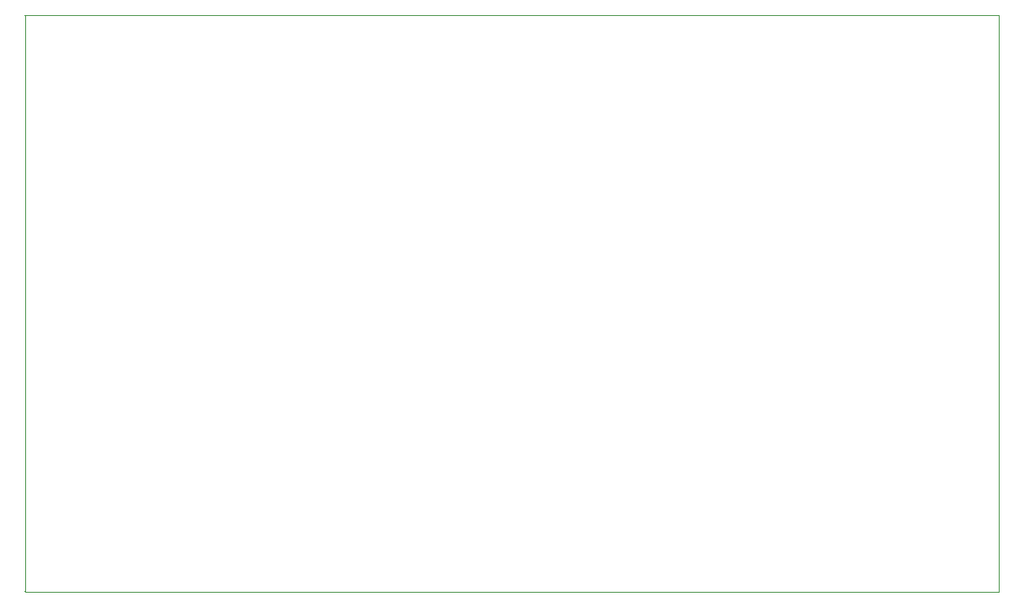
<source format=gko>
G04 Layer_Color=16720538*
%FSLAX24Y24*%
%MOIN*%
G70*
G01*
G75*
%ADD29C,0.0039*%
D29*
X48248Y60236D02*
G03*
X48228Y60256I-20J0D01*
G01*
X48248Y60236D02*
G03*
X48228Y60256I-20J0D01*
G01*
Y37382D02*
G03*
X48248Y37402I0J20D01*
G01*
X48228Y37382D02*
G03*
X48248Y37402I0J20D01*
G01*
X9646Y60256D02*
G03*
X9626Y60236I0J-20D01*
G01*
X9646Y60256D02*
G03*
X9626Y60236I0J-20D01*
G01*
Y37402D02*
G03*
X9646Y37382I20J0D01*
G01*
X9626Y37402D02*
G03*
X9646Y37382I20J0D01*
G01*
X29331Y60256D02*
X48228D01*
X48248Y37402D02*
Y60236D01*
X9646Y60256D02*
X29331D01*
X9646Y37382D02*
X48228D01*
X9626Y37402D02*
Y60236D01*
M02*

</source>
